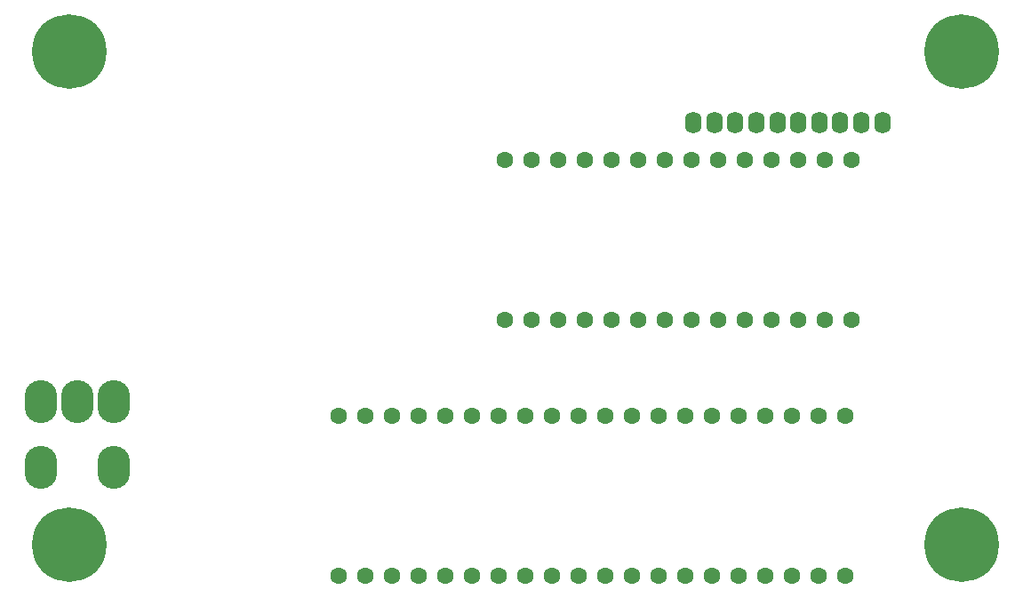
<source format=gbs>
G04 Layer_Color=16711935*
%FSLAX44Y44*%
%MOMM*%
G71*
G01*
G75*
%ADD59O,1.6000X2.1000*%
%ADD60C,1.6000*%
%ADD61C,7.1000*%
%ADD62O,3.1000X4.1000*%
D59*
X824750Y451750D02*
D03*
X804750D02*
D03*
X784750D02*
D03*
X764750D02*
D03*
X744750D02*
D03*
X724750D02*
D03*
X704750D02*
D03*
X684750D02*
D03*
X664750D02*
D03*
X644750D02*
D03*
D60*
X307250Y173000D02*
D03*
X332650D02*
D03*
X358050D02*
D03*
X383450D02*
D03*
X408850D02*
D03*
X434250D02*
D03*
X459650D02*
D03*
X485050D02*
D03*
X510450D02*
D03*
X535850D02*
D03*
X561250D02*
D03*
X586650D02*
D03*
X612050D02*
D03*
X637450D02*
D03*
X662850D02*
D03*
X688250D02*
D03*
X713650D02*
D03*
X739050D02*
D03*
X764450D02*
D03*
X789850D02*
D03*
Y20600D02*
D03*
X764450D02*
D03*
X739050D02*
D03*
X713650D02*
D03*
X688250D02*
D03*
X662850D02*
D03*
X637450D02*
D03*
X612050D02*
D03*
X586650D02*
D03*
X561250D02*
D03*
X535850D02*
D03*
X510450D02*
D03*
X485050D02*
D03*
X459650D02*
D03*
X434250D02*
D03*
X408850D02*
D03*
X383450D02*
D03*
X358050D02*
D03*
X332650D02*
D03*
X307250D02*
D03*
X465400Y416650D02*
D03*
X490800D02*
D03*
X516200D02*
D03*
X541600D02*
D03*
X567000D02*
D03*
X592400D02*
D03*
X617800D02*
D03*
X643200D02*
D03*
X668600D02*
D03*
X694000D02*
D03*
X719400D02*
D03*
X744800D02*
D03*
X770200D02*
D03*
X795600D02*
D03*
Y264250D02*
D03*
X770200D02*
D03*
X744800D02*
D03*
X719400D02*
D03*
X694000D02*
D03*
X668600D02*
D03*
X643200D02*
D03*
X617800D02*
D03*
X592400D02*
D03*
X567000D02*
D03*
X541600D02*
D03*
X516200D02*
D03*
X490800D02*
D03*
X465400D02*
D03*
D61*
X50000Y50000D02*
D03*
Y520000D02*
D03*
X900000D02*
D03*
Y50000D02*
D03*
D62*
X23000Y123500D02*
D03*
X93000D02*
D03*
Y186000D02*
D03*
X58250D02*
D03*
X23000D02*
D03*
M02*

</source>
